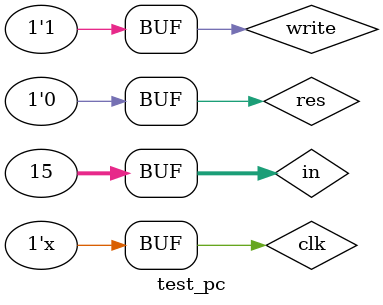
<source format=v>
`timescale 1ns / 1ps


module test_pc;
    reg clk, res, write;
    reg [31:0] in;
    wire [31:0] out;
    
    PC test_pc(clk, res, write, in, out);
    
    initial begin
    #0 clk = 1'b0; res = 1'b0; write = 1'b0;
    #10 in = 32'b00000000000000000000000000000000; write = 1'b1;
    #20 in = 32'b00000000000000000000000000001000; write = 1'b0;
    #30 in = 32'b00000000000000000000000000001000; write = 1'b1;
    #40 in = 32'b00000000000000000000000000001000; write = 1'b1; res = 1'b1;
    #50 in = 32'b00000000000000000000000000001111; write = 1'b1; res = 1'b1;
    #60 in = 32'b00000000000000000000000000001111; write = 1'b1; res = 1'b0;
    end
    always #5 clk = ~clk;
endmodule

</source>
